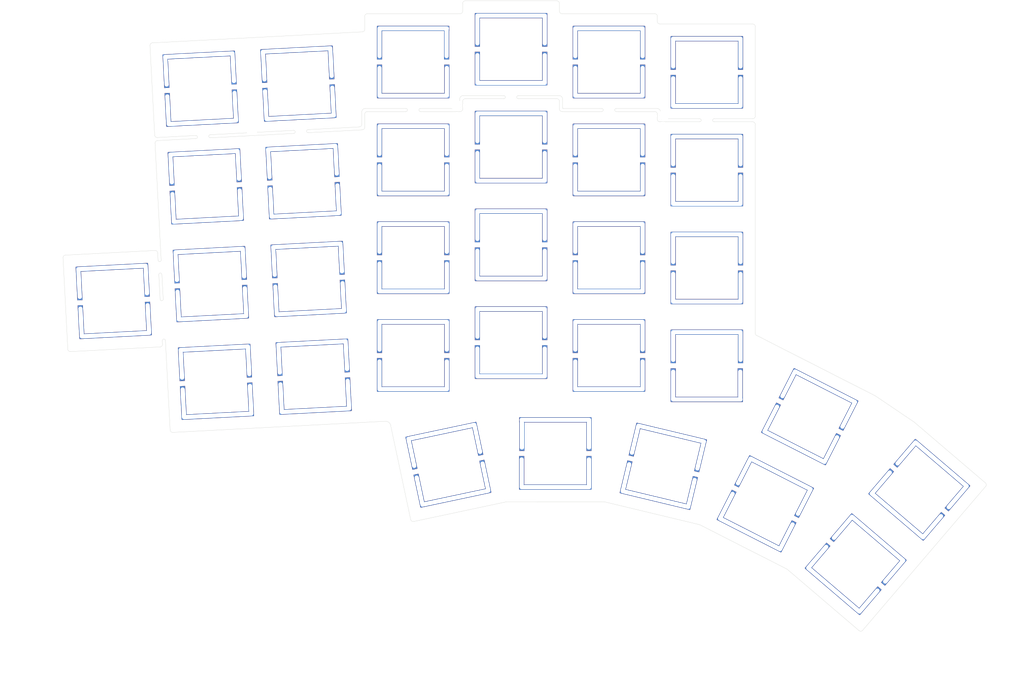
<source format=kicad_pcb>
(kicad_pcb (version 20211014) (generator pcbnew)
  (layers (0 "F.Cu" signal) (31 "B.Cu" signal) (34 "B.Paste" user) (35 "F.Paste" user) (36 "B.SilkS" user "B.Silkscreen") (37 "F.SilkS" user "F.Silkscreen") (38 "B.Mask" user) (39 "F.Mask" user) (44 "Edge.Cuts" user))
  (net 0 "")
  (footprint "used_footprints:metallized_breakout_cutout" (layer "F.Cu") (at 119.668078 99.050334 180)
    (fp_text reference "SW22")
    (fp_text value "SW_Push" hide)
    (pad "1" thru_hole custom (at -6.55 -3.75 180) (size 1 6.5) (drill oval 0.8 6) (layers *.Cu *.Mask) (options (clearance outline) (anchor rect)) (primitives))
    (pad "1" thru_hole custom (at -6.55 3.75 180) (size 1 6.5) (drill oval 0.8 6) (layers *.Cu *.Mask) (options (clearance outline) (anchor rect)) (primitives))
    (pad "1" thru_hole custom (at 0 -6.55 270) (size 1 14) (drill oval 0.8 13.9) (layers *.Cu *.Mask) (options (clearance outline) (anchor rect)) (primitives))
    (pad "1" thru_hole custom (at 6.55 3.75 180) (size 1 6.5) (drill oval 0.8 6) (layers *.Cu *.Mask) (options (clearance outline) (anchor rect)) (primitives))
    (pad "1" thru_hole custom (at 6.55 -3.75 180) (size 1 6.5) (drill oval 0.8 6) (layers *.Cu *.Mask) (options (clearance outline) (anchor rect)) (primitives))
    (pad "1" thru_hole custom (at 0 6.55 90) (size 1 14) (drill oval 0.8 13.9) (layers *.Cu *.Mask) (options (clearance outline) (anchor rect)) (primitives))
  )
  (footprint "used_footprints:M2_HOLE_PCB" (layer "F.Cu") (at 181.192737 116.337767 -13.5)
    (fp_text reference "HM14" hide)
    (fp_text value "CaseHole" hide)
    (pad "" np_thru_hole circle locked (at 0 0 346.5) (size 2.2 2.2) (drill 2.2) (layers *.Cu *.Mask))
  )
  (footprint "used_footprints:metallized_breakout_cutout" (layer "F.Cu") (at 157.768076 99.050323 180)
    (fp_text reference "SW24")
    (fp_text value "SW_Push" hide)
    (pad "1" thru_hole custom (at -6.55 -3.75 180) (size 1 6.5) (drill oval 0.8 6) (layers *.Cu *.Mask) (options (clearance outline) (anchor rect)) (primitives))
    (pad "1" thru_hole custom (at -6.55 3.75 180) (size 1 6.5) (drill oval 0.8 6) (layers *.Cu *.Mask) (options (clearance outline) (anchor rect)) (primitives))
    (pad "1" thru_hole custom (at 6.55 -3.75 180) (size 1 6.5) (drill oval 0.8 6) (layers *.Cu *.Mask) (options (clearance outline) (anchor rect)) (primitives))
    (pad "1" thru_hole custom (at 6.55 3.75 180) (size 1 6.5) (drill oval 0.8 6) (layers *.Cu *.Mask) (options (clearance outline) (anchor rect)) (primitives))
    (pad "1" thru_hole custom (at 0 6.55 90) (size 1 14) (drill oval 0.8 13.9) (layers *.Cu *.Mask) (options (clearance outline) (anchor rect)) (primitives))
    (pad "1" thru_hole custom (at 0 -6.55 270) (size 1 14) (drill oval 0.8 13.9) (layers *.Cu *.Mask) (options (clearance outline) (anchor rect)) (primitives))
  )
  (footprint "used_footprints:metallized_breakout_cutout" (layer "F.Cu") (at 97.330574 46.094583 -177)
    (fp_text reference "SW2")
    (fp_text value "SW_Push" hide)
    (pad "1" thru_hole custom (at 6.55 3.75 3) (size 1 6.5) (drill oval 0.8 6) (layers *.Cu *.Mask) (options (clearance outline) (anchor rect)) (primitives))
    (pad "1" thru_hole custom (at 0 6.55 93) (size 1 14) (drill oval 0.8 13.9) (layers *.Cu *.Mask) (options (clearance outline) (anchor rect)) (primitives))
    (pad "1" thru_hole custom (at 6.55 -3.75 3) (size 1 6.5) (drill oval 0.8 6) (layers *.Cu *.Mask) (options (clearance outline) (anchor rect)) (primitives))
    (pad "1" thru_hole custom (at -6.55 3.75 183) (size 1 6.5) (drill oval 0.8 6) (layers *.Cu *.Mask) (options (clearance outline) (anchor rect)) (primitives))
    (pad "1" thru_hole custom (at 0 -6.55 273) (size 1 14) (drill oval 0.8 13.9) (layers *.Cu *.Mask) (options (clearance outline) (anchor rect)) (primitives))
    (pad "1" thru_hole custom (at -6.55 -3.75 183) (size 1 6.5) (drill oval 0.8 6) (layers *.Cu *.Mask) (options (clearance outline) (anchor rect)) (primitives))
  )
  (footprint "used_footprints:M2_HOLE_PCB" (layer "F.Cu") (at 167.950818 72.488822)
    (fp_text reference "HM10" hide)
    (fp_text value "CaseHole" hide)
    (pad "" np_thru_hole circle locked (at 0 0) (size 2.2 2.2) (drill 2.2) (layers *.Cu *.Mask))
  )
  (footprint "used_footprints:M2_HOLE_PCB" (layer "F.Cu") (at 129.820826 67.978839)
    (fp_text reference "HM11" hide)
    (fp_text value "CaseHole" hide)
    (pad "" np_thru_hole circle locked (at 0 0) (size 2.2 2.2) (drill 2.2) (layers *.Cu *.Mask))
  )
  (footprint "used_footprints:metallized_breakout_cutout" (layer "F.Cu") (at 176.818058 101.050344 180)
    (fp_text reference "SW25")
    (fp_text value "SW_Push" hide)
    (pad "1" thru_hole custom (at -6.55 3.75 180) (size 1 6.5) (drill oval 0.8 6) (layers *.Cu *.Mask) (options (clearance outline) (anchor rect)) (primitives))
    (pad "1" thru_hole custom (at 6.55 -3.75 180) (size 1 6.5) (drill oval 0.8 6) (layers *.Cu *.Mask) (options (clearance outline) (anchor rect)) (primitives))
    (pad "1" thru_hole custom (at 0 6.55 90) (size 1 14) (drill oval 0.8 13.9) (layers *.Cu *.Mask) (options (clearance outline) (anchor rect)) (primitives))
    (pad "1" thru_hole custom (at 0 -6.55 270) (size 1 14) (drill oval 0.8 13.9) (layers *.Cu *.Mask) (options (clearance outline) (anchor rect)) (primitives))
    (pad "1" thru_hole custom (at -6.5 -3.75 180) (size 1 6.5) (drill oval 0.8 6) (layers *.Cu *.Mask) (options (clearance outline) (anchor rect)) (primitives))
    (pad "1" thru_hole custom (at 6.55 3.75 180) (size 1 6.5) (drill oval 0.8 6) (layers *.Cu *.Mask) (options (clearance outline) (anchor rect)) (primitives))
  )
  (footprint "used_footprints:metallized_breakout_cutout" (layer "F.Cu") (at 138.718077 96.542838 180)
    (fp_text reference "SW23")
    (fp_text value "SW_Push" hide)
    (pad "1" thru_hole custom (at -6.55 3.75 180) (size 1 6.5) (drill oval 0.8 6) (layers *.Cu *.Mask) (options (clearance outline) (anchor rect)) (primitives))
    (pad "1" thru_hole custom (at 6.55 3.75 180) (size 1 6.5) (drill oval 0.8 6) (layers *.Cu *.Mask) (options (clearance outline) (anchor rect)) (primitives))
    (pad "1" thru_hole custom (at 0 -6.55 270) (size 1 14) (drill oval 0.8 13.9) (layers *.Cu *.Mask) (options (clearance outline) (anchor rect)) (primitives))
    (pad "1" thru_hole custom (at 6.55 -3.75 180) (size 1 6.5) (drill oval 0.8 6) (layers *.Cu *.Mask) (options (clearance outline) (anchor rect)) (primitives))
    (pad "1" thru_hole custom (at -6.55 -3.75 180) (size 1 6.5) (drill oval 0.8 6) (layers *.Cu *.Mask) (options (clearance outline) (anchor rect)) (primitives))
    (pad "1" thru_hole custom (at 0 6.55 90) (size 1 14) (drill oval 0.8 13.9) (layers *.Cu *.Mask) (options (clearance outline) (anchor rect)) (primitives))
  )
  (footprint "used_footprints:metallized_breakout_cutout" (layer "F.Cu") (at 205.782503 139.686126 -40.5)
    (fp_text reference "SW32")
    (fp_text value "SW_Push" hide)
    (pad "1" thru_hole custom (at -6.55 -3.75 319.5) (size 1 6.5) (drill oval 0.8 6) (layers *.Cu *.Mask) (options (clearance outline) (anchor rect)) (primitives))
    (pad "1" thru_hole custom (at 0 6.55 229.5) (size 1 14) (drill oval 0.8 13.9) (layers *.Cu *.Mask) (options (clearance outline) (anchor rect)) (primitives))
    (pad "1" thru_hole custom (at 6.55 3.75 319.5) (size 1 6.5) (drill oval 0.8 6) (layers *.Cu *.Mask) (options (clearance outline) (anchor rect)) (primitives))
    (pad "1" thru_hole custom (at 6.55 -3.75 319.5) (size 1 6.5) (drill oval 0.8 6) (layers *.Cu *.Mask) (options (clearance outline) (anchor rect)) (primitives))
    (pad "1" thru_hole custom (at 0 -6.55 49.5) (size 1 14) (drill oval 0.8 13.9) (layers *.Cu *.Mask) (options (clearance outline) (anchor rect)) (primitives))
    (pad "1" thru_hole custom (at -6.55 3.75 319.5) (size 1 6.5) (drill oval 0.8 6) (layers *.Cu *.Mask) (options (clearance outline) (anchor rect)) (primitives))
  )
  (footprint "used_footprints:metallized_breakout_cutout" (layer "F.Cu") (at 147.329402 118.124445)
    (fp_text reference "SW29")
    (fp_text value "SW_Push" hide)
    (pad "1" thru_hole custom (at 0 -6.55 90) (size 1 14) (drill oval 0.8 13.9) (layers *.Cu *.Mask) (options (clearance outline) (anchor rect)) (primitives))
    (pad "1" thru_hole custom (at -6.55 3.75) (size 1 6.5) (drill oval 0.8 6) (layers *.Cu *.Mask) (options (clearance outline) (anchor rect)) (primitives))
    (pad "1" thru_hole custom (at 6.55 -3.75) (size 1 6.5) (drill oval 0.8 6) (layers *.Cu *.Mask) (options (clearance outline) (anchor rect)) (primitives))
    (pad "1" thru_hole custom (at 0 6.55 270) (size 1 14) (drill oval 0.8 13.9) (layers *.Cu *.Mask) (options (clearance outline) (anchor rect)) (primitives))
    (pad "1" thru_hole custom (at -6.5 -3.75) (size 1 6.5) (drill oval 0.8 6) (layers *.Cu *.Mask) (options (clearance outline) (anchor rect)) (primitives))
    (pad "1" thru_hole custom (at 6.55 3.75) (size 1 6.5) (drill oval 0.8 6) (layers *.Cu *.Mask) (options (clearance outline) (anchor rect)) (primitives))
  )
  (footprint "used_footprints:metallized_breakout_cutout" (layer "F.Cu") (at 218.15445 125.200445 139.5)
    (fp_text reference "SW19")
    (fp_text value "SW_Push" hide)
    (pad "1" thru_hole custom (at -6.55 3.75 139.5) (size 1 6.5) (drill oval 0.8 6) (layers *.Cu *.Mask) (options (clearance outline) (anchor rect)) (primitives))
    (pad "1" thru_hole custom (at 6.55 3.75 139.5) (size 1 6.5) (drill oval 0.8 6) (layers *.Cu *.Mask) (options (clearance outline) (anchor rect)) (primitives))
    (pad "1" thru_hole custom (at 6.55 -3.75 139.5) (size 1 6.5) (drill oval 0.8 6) (layers *.Cu *.Mask) (options (clearance outline) (anchor rect)) (primitives))
    (pad "1" thru_hole custom (at 0 -6.55 229.5) (size 1 14) (drill oval 0.8 13.9) (layers *.Cu *.Mask) (options (clearance outline) (anchor rect)) (primitives))
    (pad "1" thru_hole custom (at -6.55 -3.75 139.5) (size 1 6.5) (drill oval 0.8 6) (layers *.Cu *.Mask) (options (clearance outline) (anchor rect)) (primitives))
    (pad "1" thru_hole custom (at 0 6.55 49.5) (size 1 14) (drill oval 0.8 13.9) (layers *.Cu *.Mask) (options (clearance outline) (anchor rect)) (primitives))
  )
  (footprint "used_footprints:M2_HOLE_PCB" (layer "F.Cu") (at 136.052715 110.907741 -6)
    (fp_text reference "HM13" hide)
    (fp_text value "CaseHole" hide)
    (pad "" np_thru_hole circle locked (at 0 0 354) (size 2.2 2.2) (drill 2.2) (layers *.Cu *.Mask))
  )
  (footprint "used_footprints:metallized_breakout_cutout" (layer "F.Cu") (at 126.523465 120.318577 12)
    (fp_text reference "SW28")
    (fp_text value "SW_Push" hide)
    (pad "1" thru_hole custom (at -6.55 3.75 12) (size 1 6.5) (drill oval 0.8 6) (layers *.Cu *.Mask) (options (clearance outline) (anchor rect)) (primitives))
    (pad "1" thru_hole custom (at 6.55 3.75 12) (size 1 6.5) (drill oval 0.8 6) (layers *.Cu *.Mask) (options (clearance outline) (anchor rect)) (primitives))
    (pad "1" thru_hole custom (at 0 -6.55 102) (size 1 14) (drill oval 0.8 13.9) (layers *.Cu *.Mask) (options (clearance outline) (anchor rect)) (primitives))
    (pad "1" thru_hole custom (at 6.55 -3.75 12) (size 1 6.5) (drill oval 0.8 6) (layers *.Cu *.Mask) (options (clearance outline) (anchor rect)) (primitives))
    (pad "1" thru_hole custom (at 0 6.55 282) (size 1 14) (drill oval 0.8 13.9) (layers *.Cu *.Mask) (options (clearance outline) (anchor rect)) (primitives))
    (pad "1" thru_hole custom (at -6.55 -3.75 12) (size 1 6.5) (drill oval 0.8 6) (layers *.Cu *.Mask) (options (clearance outline) (anchor rect)) (primitives))
  )
  (footprint "used_footprints:metallized_breakout_cutout" (layer "F.Cu") (at 188.191146 127.9346 -27)
    (fp_text reference "SW31")
    (fp_text value "SW_Push" hide)
    (pad "1" thru_hole custom (at 6.55 3.75 333) (size 1 6.5) (drill oval 0.8 6) (layers *.Cu *.Mask) (options (clearance outline) (anchor rect)) (primitives))
    (pad "1" thru_hole custom (at 0 -6.55 63) (size 1 14) (drill oval 0.8 13.9) (layers *.Cu *.Mask) (options (clearance outline) (anchor rect)) (primitives))
    (pad "1" thru_hole custom (at 0 6.55 243) (size 1 14) (drill oval 0.8 13.9) (layers *.Cu *.Mask) (options (clearance outline) (anchor rect)) (primitives))
    (pad "1" thru_hole custom (at -6.55 3.75 333) (size 1 6.5) (drill oval 0.8 6) (layers *.Cu *.Mask) (options (clearance outline) (anchor rect)) (primitives))
    (pad "1" thru_hole custom (at 6.55 -3.75 333) (size 1 6.5) (drill oval 0.8 6) (layers *.Cu *.Mask) (options (clearance outline) (anchor rect)) (primitives))
    (pad "1" thru_hole custom (at -6.55 -3.75 333) (size 1 6.5) (drill oval 0.8 6) (layers *.Cu *.Mask) (options (clearance outline) (anchor rect)) (primitives))
  )
  (footprint "used_footprints:metallized_breakout_cutout" (layer "F.Cu") (at 168.340805 120.624025 -13.5)
    (fp_text reference "SW30")
    (fp_text value "SW_Push" hide)
    (pad "1" thru_hole custom (at 0 -6.55 76.5) (size 1 14) (drill oval 0.8 13.9) (layers *.Cu *.Mask) (options (clearance outline) (anchor rect)) (primitives))
    (pad "1" thru_hole custom (at 6.55 -3.75 346.5) (size 1 6.5) (drill oval 0.8 6) (layers *.Cu *.Mask) (options (clearance outline) (anchor rect)) (primitives))
    (pad "1" thru_hole custom (at -6.55 -3.75 346.5) (size 1 6.5) (drill oval 0.8 6) (layers *.Cu *.Mask) (options (clearance outline) (anchor rect)) (primitives))
    (pad "1" thru_hole custom (at -6.55 3.75 346.5) (size 1 6.5) (drill oval 0.8 6) (layers *.Cu *.Mask) (options (clearance outline) (anchor rect)) (primitives))
    (pad "1" thru_hole custom (at 6.55 3.75 346.5) (size 1 6.5) (drill oval 0.8 6) (layers *.Cu *.Mask) (options (clearance outline) (anchor rect)) (primitives))
    (pad "1" thru_hole custom (at 0 6.55 256.5) (size 1 14) (drill oval 0.8 13.9) (layers *.Cu *.Mask) (options (clearance outline) (anchor rect)) (primitives))
  )
  (footprint "used_footprints:metallized_breakout_cutout" (layer "F.Cu") (at 79.303681 66.115488 -177)
    (fp_text reference "SW7")
    (fp_text value "SW_Push" hide)
    (pad "1" thru_hole custom (at -6.55 -3.75 183) (size 1 6.5) (drill oval 0.8 6) (layers *.Cu *.Mask) (options (clearance outline) (anchor rect)) (primitives))
    (pad "1" thru_hole custom (at -6.55 3.75 183) (size 1 6.5) (drill oval 0.8 6) (layers *.Cu *.Mask) (options (clearance outline) (anchor rect)) (primitives))
    (pad "1" thru_hole custom (at 0 6.55 93) (size 1 14) (drill oval 0.8 13.9) (layers *.Cu *.Mask) (options (clearance outline) (anchor rect)) (primitives))
    (pad "1" thru_hole custom (at 6.55 3.75 3) (size 1 6.5) (drill oval 0.8 6) (layers *.Cu *.Mask) (options (clearance outline) (anchor rect)) (primitives))
    (pad "1" thru_hole custom (at 0 -6.55 273) (size 1 14) (drill oval 0.8 13.9) (layers *.Cu *.Mask) (options (clearance outline) (anchor rect)) (primitives))
    (pad "1" thru_hole custom (at 6.55 -3.75 3) (size 1 6.5) (drill oval 0.8 6) (layers *.Cu *.Mask) (options (clearance outline) (anchor rect)) (primitives))
  )
  (footprint "used_footprints:metallized_breakout_cutout" (layer "F.Cu") (at 80.300681 85.139386 -177)
    (fp_text reference "SW13")
    (fp_text value "SW_Push" hide)
    (pad "1" thru_hole custom (at -6.55 -3.75 183) (size 1 6.5) (drill oval 0.8 6) (layers *.Cu *.Mask) (options (clearance outline) (anchor rect)) (primitives))
    (pad "1" thru_hole custom (at 0 6.55 93) (size 1 14) (drill oval 0.8 13.9) (layers *.Cu *.Mask) (options (clearance outline) (anchor rect)) (primitives))
    (pad "1" thru_hole custom (at 0 -6.55 273) (size 1 14) (drill oval 0.8 13.9) (layers *.Cu *.Mask) (options (clearance outline) (anchor rect)) (primitives))
    (pad "1" thru_hole custom (at 6.55 -3.75 3) (size 1 6.5) (drill oval 0.8 6) (layers *.Cu *.Mask) (options (clearance outline) (anchor rect)) (primitives))
    (pad "1" thru_hole custom (at 6.55 3.75 3) (size 1 6.5) (drill oval 0.8 6) (layers *.Cu *.Mask) (options (clearance outline) (anchor rect)) (primitives))
    (pad "1" thru_hole custom (at -6.55 3.75 183) (size 1 6.5) (drill oval 0.8 6) (layers *.Cu *.Mask) (options (clearance outline) (anchor rect)) (primitives))
  )
  (footprint "used_footprints:metallized_breakout_cutout" (layer "F.Cu") (at 98.327586 65.118492 -177)
    (fp_text reference "SW8")
    (fp_text value "SW_Push" hide)
    (pad "1" thru_hole custom (at -6.55 3.75 183) (size 1 6.5) (drill oval 0.8 6) (layers *.Cu *.Mask) (options (clearance outline) (anchor rect)) (primitives))
    (pad "1" thru_hole custom (at 0 6.55 93) (size 1 14) (drill oval 0.8 13.9) (layers *.Cu *.Mask) (options (clearance outline) (anchor rect)) (primitives))
    (pad "1" thru_hole custom (at -6.55 -3.75 183) (size 1 6.5) (drill oval 0.8 6) (layers *.Cu *.Mask) (options (clearance outline) (anchor rect)) (primitives))
    (pad "1" thru_hole custom (at 0 -6.55 273) (size 1 14) (drill oval 0.8 13.9) (layers *.Cu *.Mask) (options (clearance outline) (anchor rect)) (primitives))
    (pad "1" thru_hole custom (at 6.55 3.75 3) (size 1 6.5) (drill oval 0.8 6) (layers *.Cu *.Mask) (options (clearance outline) (anchor rect)) (primitives))
    (pad "1" thru_hole custom (at 6.55 -3.75 3) (size 1 6.5) (drill oval 0.8 6) (layers *.Cu *.Mask) (options (clearance outline) (anchor rect)) (primitives))
  )
  (footprint "used_footprints:metallized_breakout_cutout" (layer "F.Cu") (at 119.668069 80.000343 180)
    (fp_text reference "SW15")
    (fp_text value "SW_Push1" hide)
    (pad "1" thru_hole custom (at 6.55 -3.75) (size 1 6.5) (drill oval 0.8 6) (layers *.Cu *.Mask) (options (clearance outline) (anchor rect)) (primitives))
    (pad "1" thru_hole custom (at 0 6.55 90) (size 1 14) (drill oval 0.8 13.9) (layers *.Cu *.Mask) (options (clearance outline) (anchor rect)) (primitives))
    (pad "1" thru_hole custom (at -6.55 -3.75 180) (size 1 6.5) (drill oval 0.8 6) (layers *.Cu *.Mask) (options (clearance outline) (anchor rect)) (primitives))
    (pad "1" thru_hole custom (at 0 -6.55 270) (size 1 14) (drill oval 0.8 13.9) (layers *.Cu *.Mask) (options (clearance outline) (anchor rect)) (primitives))
    (pad "1" thru_hole custom (at -6.55 3.75 180) (size 1 6.5) (drill oval 0.8 6) (layers *.Cu *.Mask) (options (clearance outline) (anchor rect)) (primitives))
    (pad "1" thru_hole custom (at 6.55 3.75) (size 1 6.5) (drill oval 0.8 6) (layers *.Cu *.Mask) (options (clearance outline) (anchor rect)) (primitives))
  )
  (footprint "used_footprints:metallized_breakout_cutout" (layer "F.Cu") (at 176.818084 82.000343 180)
    (fp_text reference "SW18")
    (fp_text value "SW_Push" hide)
    (pad "1" thru_hole custom (at 0 6.55 90) (size 1 14) (drill oval 0.8 13.9) (layers *.Cu *.Mask) (options (clearance outline) (anchor rect)) (primitives))
    (pad "1" thru_hole custom (at 0 -6.55 270) (size 1 14) (drill oval 0.8 13.9) (layers *.Cu *.Mask) (options (clearance outline) (anchor rect)) (primitives))
    (pad "1" thru_hole custom (at -6.55 3.75 180) (size 1 6.5) (drill oval 0.8 6) (layers *.Cu *.Mask) (options (clearance outline) (anchor rect)) (primitives))
    (pad "1" thru_hole custom (at 6.55 3.75 180) (size 1 6.5) (drill oval 0.8 6) (layers *.Cu *.Mask) (options (clearance outline) (anchor rect)) (primitives))
    (pad "1" thru_hole custom (at -6.55 -3.75 180) (size 1 6.5) (drill oval 0.8 6) (layers *.Cu *.Mask) (options (clearance outline) (anchor rect)) (primitives))
    (pad "1" thru_hole custom (at 6.55 -3.75 180) (size 1 6.5) (drill oval 0.8 6) (layers *.Cu *.Mask) (options (clearance outline) (anchor rect)) (primitives))
  )
  (footprint "used_footprints:metallized_breakout_cutout" (layer "F.Cu") (at 81.297667 104.163266 -177)
    (fp_text reference "SW20")
    (fp_text value "SW_Push" hide)
    (pad "1" thru_hole custom (at 6.55 3.75 183) (size 1 6.5) (drill oval 0.8 6) (layers *.Cu *.Mask) (options (clearance outline) (anchor rect)) (primitives))
    (pad "1" thru_hole custom (at 0 6.55 93) (size 1 14) (drill oval 0.8 13.9) (layers *.Cu *.Mask) (options (clearance outline) (anchor rect)) (primitives))
    (pad "1" thru_hole custom (at 6.55 -3.75 183) (size 1 6.5) (drill oval 0.8 6) (layers *.Cu *.Mask) (options (clearance outline) (anchor rect)) (primitives))
    (pad "1" thru_hole custom (at -6.55 -3.75 183) (size 1 6.5) (drill oval 0.8 6) (layers *.Cu *.Mask) (options (clearance outline) (anchor rect)) (primitives))
    (pad "1" thru_hole custom (at -6.55 3.75 183) (size 1 6.5) (drill oval 0.8 6) (layers *.Cu *.Mask) (options (clearance outline) (anchor rect)) (primitives))
    (pad "1" thru_hole custom (at 0 -6.55 273) (size 1 14) (drill oval 0.8 13.9) (layers *.Cu *.Mask) (options (clearance outline) (anchor rect)) (primitives))
  )
  (footprint "used_footprints:metallized_breakout_cutout" (layer "F.Cu") (at 138.718056 77.500349 180)
    (fp_text reference "SW16")
    (fp_text value "SW_Push" hide)
    (pad "1" thru_hole custom (at -6.55 -3.75 180) (size 1 6.5) (drill oval 0.8 6) (layers *.Cu *.Mask) (options (clearance outline) (anchor rect)) (primitives))
    (pad "1" thru_hole custom (at 6.55 -3.75) (size 1 6.5) (drill oval 0.8 6) (layers *.Cu *.Mask) (options (clearance outline) (anchor rect)) (primitives))
    (pad "1" thru_hole custom (at 0 -6.55 270) (size 1 14) (drill oval 0.8 13.9) (layers *.Cu *.Mask) (options (clearance outline) (anchor rect)) (primitives))
    (pad "1" thru_hole custom (at 6.55 3.75) (size 1 6.5) (drill oval 0.8 6) (layers *.Cu *.Mask) (options (clearance outline) (anchor rect)) (primitives))
    (pad "1" thru_hole custom (at -6.55 3.75 180) (size 1 6.5) (drill oval 0.8 6) (layers *.Cu *.Mask) (options (clearance outline) (anchor rect)) (primitives))
    (pad "1" thru_hole custom (at 0 6.55 90) (size 1 14) (drill oval 0.8 13.9) (layers *.Cu *.Mask) (options (clearance outline) (anchor rect)) (primitives))
  )
  (footprint "used_footprints:M2_HOLE_PCB" (layer "F.Cu") (at 128.183658 50.401732)
    (fp_text reference "HM9" hide)
    (fp_text value "CaseHole" hide)
    (pad "" np_thru_hole circle locked (at 0 0) (size 2.2 2.2) (drill 2.2) (layers *.Cu *.Mask))
  )
  (footprint "used_footprints:M2_HOLE_PCB" (layer "F.Cu") (at 89.29049 75.155207 3)
    (fp_text reference "HM8" hide)
    (fp_text value "CaseHole" hide)
    (pad "" np_thru_hole circle locked (at 0 0 3) (size 2.2 2.2) (drill 2.2) (layers *.Cu *.Mask))
  )
  (footprint "used_footprints:M2_HOLE_PCB" (layer "F.Cu") (at 88.26586 55.103566 3)
    (fp_text reference "HM7" hide)
    (fp_text value "CaseHole" hide)
    (pad "" np_thru_hole circle locked (at 0 0 3) (size 2.2 2.2) (drill 2.2) (layers *.Cu *.Mask))
  )
  (footprint "used_footprints:M2_HOLE_PCB" (layer "F.Cu") (at 90.287461 94.179108 3)
    (fp_text reference "HM6" hide)
    (fp_text value "CaseHole" hide)
    (pad "" np_thru_hole circle locked (at 0 0 3) (size 2.2 2.2) (drill 2.2) (layers *.Cu *.Mask))
  )
  (footprint "used_footprints:M2_HOLE_PCB" (layer "F.Cu") (at 71.132733 92.679547 3)
    (fp_text reference "HM5" hide)
    (fp_text value "CaseHole" hide)
    (pad "" np_thru_hole circle locked (at 0 0 3) (size 2.2 2.2) (drill 2.2) (layers *.Cu *.Mask))
  )
  (footprint "used_footprints:M2_HOLE_PCB" (layer "F.Cu") (at 158.822719 110.987745)
    (fp_text reference "HM4" hide)
    (fp_text value "CaseHole" hide)
    (pad "" np_thru_hole circle locked (at 0 0) (size 2.2 2.2) (drill 2.2) (layers *.Cu *.Mask))
  )
  (footprint "used_footprints:M2_HOLE_PCB" (layer "F.Cu") (at 201.699183 126.759819 4.5)
    (fp_text reference "HM3" hide)
    (fp_text value "CaseHole" hide)
    (pad "" np_thru_hole circle locked (at 0 0 4.5) (size 2.2 2.2) (drill 2.2) (layers *.Cu *.Mask))
  )
  (footprint "used_footprints:M2_HOLE_PCB" (layer "F.Cu") (at 168.323658 52.401731 14.5)
    (fp_text reference "HM2" hide)
    (fp_text value "CaseHole" hide)
    (pad "" np_thru_hole circle locked (at 0 0 14.5) (size 2.2 2.2) (drill 2.2) (layers *.Cu *.Mask))
  )
  (footprint "used_footprints:metallized_breakout_cutout" (layer "F.Cu") (at 157.768056 80.000313 180)
    (fp_text reference "SW17")
    (fp_text value "SW_Push" hide)
    (pad "1" thru_hole custom (at 0 -6.55 270) (size 1 14) (drill oval 0.8 13.9) (layers *.Cu *.Mask) (options (clearance outline) (anchor rect)) (primitives))
    (pad "1" thru_hole custom (at 6.55 -3.75) (size 1 6.5) (drill oval 0.8 6) (layers *.Cu *.Mask) (options (clearance outline) (anchor rect)) (primitives))
    (pad "1" thru_hole custom (at 0 6.55 90) (size 1 14) (drill oval 0.8 13.9) (layers *.Cu *.Mask) (options (clearance outline) (anchor rect)) (primitives))
    (pad "1" thru_hole custom (at -6.55 -3.75 180) (size 1 6.5) (drill oval 0.8 6) (layers *.Cu *.Mask) (options (clearance outline) (anchor rect)) (primitives))
    (pad "1" thru_hole custom (at 6.55 3.75) (size 1 6.5) (drill oval 0.8 6) (layers *.Cu *.Mask) (options (clearance outline) (anchor rect)) (primitives))
    (pad "1" thru_hole custom (at -6.55 3.75 180) (size 1 6.5) (drill oval 0.8 6) (layers *.Cu *.Mask) (options (clearance outline) (anchor rect)) (primitives))
  )
  (footprint "used_footprints:metallized_breakout_cutout" (layer "F.Cu") (at 100.321567 103.166281 -177)
    (fp_text reference "SW21")
    (fp_text value "SW_Push" hide)
    (pad "1" thru_hole custom (at 6.55 -3.75 183) (size 1 6.5) (drill oval 0.8 6) (layers *.Cu *.Mask) (options (clearance outline) (anchor rect)) (primitives))
    (pad "1" thru_hole custom (at 0 -6.55 273) (size 1 14) (drill oval 0.8 13.9) (layers *.Cu *.Mask) (options (clearance outline) (anchor rect)) (primitives))
    (pad "1" thru_hole custom (at -6.55 -3.75 183) (size 1 6.5) (drill oval 0.8 6) (layers *.Cu *.Mask) (options (clearance outline) (anchor rect)) (primitives))
    (pad "1" thru_hole custom (at 6.55 3.75 183) (size 1 6.5) (drill oval 0.8 6) (layers *.Cu *.Mask) (options (clearance outline) (anchor rect)) (primitives))
    (pad "1" thru_hole custom (at -6.55 3.75 183) (size 1 6.5) (drill oval 0.8 6) (layers *.Cu *.Mask) (options (clearance outline) (anchor rect)) (primitives))
    (pad "1" thru_hole custom (at 0 6.55 93) (size 1 14) (drill oval 0.8 13.9) (layers *.Cu *.Mask) (options (clearance outline) (anchor rect)) (primitives))
  )
  (footprint "used_footprints:metallized_breakout_cutout" (layer "F.Cu") (at 196.839673 110.960956 153)
    (fp_text reference "SW26")
    (fp_text value "SW_Push" hide)
    (pad "1" thru_hole custom (at -6.55 -3.75 153) (size 1 6.5) (drill oval 0.8 6) (layers *.Cu *.Mask) (options (clearance outline) (anchor rect)) (primitives))
    (pad "1" thru_hole custom (at 0 6.55 63) (size 1 14) (drill oval 0.8 13.9) (layers *.Cu *.Mask) (options (clearance outline) (anchor rect)) (primitives))
    (pad "1" thru_hole custom (at 6.55 -3.75 153) (size 1 6.5) (drill oval 0.8 6) (layers *.Cu *.Mask) (options (clearance outline) (anchor rect)) (primitives))
    (pad "1" thru_hole custom (at 6.55 3.75 153) (size 1 6.5) (drill oval 0.8 6) (layers *.Cu *.Mask) (options (clearance outline) (anchor rect)) (primitives))
    (pad "1" thru_hole custom (at 0 -6.55 243) (size 1 14) (drill oval 0.8 13.9) (layers *.Cu *.Mask) (options (clearance outline) (anchor rect)) (primitives))
    (pad "1" thru_hole custom (at -6.55 3.75 153) (size 1 6.5) (drill oval 0.8 6) (layers *.Cu *.Mask) (options (clearance outline) (anchor rect)) (primitives))
  )
  (footprint "used_footprints:metallized_breakout_cutout" (layer "F.Cu") (at 176.81807 62.950316 180)
    (fp_text reference "SW12")
    (fp_text value "SW_Push" hide)
    (pad "1" thru_hole custom (at 0 6.55 90) (size 1 14) (drill oval 0.8 13.9) (layers *.Cu *.Mask) (options (clearance outline) (anchor rect)) (primitives))
    (pad "1" thru_hole custom (at -6.55 -3.75 180) (size 1 6.5) (drill oval 0.8 6) (layers *.Cu *.Mask) (options (clearance outline) (anchor rect)) (primitives))
    (pad "1" thru_hole custom (at 0 -6.55 270) (size 1 14) (drill oval 0.8 13.9) (layers *.Cu *.Mask) (options (clearance outline) (anchor rect)) (primitives))
    (pad "1" thru_hole custom (at -6.55 3.75 180) (size 1 6.5) (drill oval 0.8 6) (layers *.Cu *.Mask) (options (clearance outline) (anchor rect)) (primitives))
    (pad "1" thru_hole custom (at 6.55 -3.75) (size 1 6.5) (drill oval 0.8 6) (layers *.Cu *.Mask) (options (clearance outline) (anchor rect)) (primitives))
    (pad "1" thru_hole custom (at 6.55 3.75) (size 1 6.5) (drill oval 0.8 6) (layers *.Cu *.Mask) (options (clearance outline) (anchor rect)) (primitives))
  )
  (footprint "used_footprints:metallized_breakout_cutout" (layer "F.Cu") (at 157.768081 60.950336 180)
    (fp_text reference "SW11")
    (fp_text value "SW_Push" hide)
    (pad "1" thru_hole custom (at -6.55 -3.75 180) (size 1 6.5) (drill oval 0.8 6) (layers *.Cu *.Mask) (options (clearance outline) (anchor rect)) (primitives))
    (pad "1" thru_hole custom (at 0 -6.55 270) (size 1 14) (drill oval 0.8 13.9) (layers *.Cu *.Mask) (options (clearance outline) (anchor rect)) (primitives))
    (pad "1" thru_hole custom (at -6.55 3.75 180) (size 1 6.5) (drill oval 0.8 6) (layers *.Cu *.Mask) (options (clearance outline) (anchor rect)) (primitives))
    (pad "1" thru_hole custom (at 0 6.55 90) (size 1 14) (drill oval 0.8 13.9) (layers *.Cu *.Mask) (options (clearance outline) (anchor rect)) (primitives))
    (pad "1" thru_hole custom (at 6.55 3.75) (size 1 6.5) (drill oval 0.8 6) (layers *.Cu *.Mask) (options (clearance outline) (anchor rect)) (primitives))
    (pad "1" thru_hole custom (at 6.55 -3.75) (size 1 6.5) (drill oval 0.8 6) (layers *.Cu *.Mask) (options (clearance outline) (anchor rect)) (primitives))
  )
  (footprint "used_footprints:metallized_breakout_cutout" (layer "F.Cu") (at 157.768085 41.900311 180)
    (fp_text reference "SW5")
    (fp_text value "SW_Push" hide)
    (pad "1" thru_hole custom (at -6.55 -3.75 180) (size 1 6.5) (drill oval 0.8 6) (layers *.Cu *.Mask) (options (clearance outline) (anchor rect)) (primitives))
    (pad "1" thru_hole custom (at 0 -6.55 270) (size 1 14) (drill oval 0.8 13.9) (layers *.Cu *.Mask) (options (clearance outline) (anchor rect)) (primitives))
    (pad "1" thru_hole custom (at -6.55 3.75 180) (size 1 6.5) (drill oval 0.8 6) (layers *.Cu *.Mask) (options (clearance outline) (anchor rect)) (primitives))
    (pad "1" thru_hole custom (at 6.55 -3.75) (size 1 6.5) (drill oval 0.8 6) (layers *.Cu *.Mask) (options (clearance outline) (anchor rect)) (primitives))
    (pad "1" thru_hole custom (at 6.55 3.75) (size 1 6.5) (drill oval 0.8 6) (layers *.Cu *.Mask) (options (clearance outline) (anchor rect)) (primitives))
    (pad "1" thru_hole custom (at 0 6.55 90) (size 1 14) (drill oval 0.8 13.9) (layers *.Cu *.Mask) (options (clearance outline) (anchor rect)) (primitives))
  )
  (footprint "used_footprints:metallized_breakout_cutout" (layer "F.Cu") (at 138.718063 58.450346 180)
    (fp_text reference "SW10")
    (fp_text value "SW_Push" hide)
    (pad "1" thru_hole custom (at 0 -6.55 270) (size 1 14) (drill oval 0.8 13.9) (layers *.Cu *.Mask) (options (clearance outline) (anchor rect)) (primitives))
    (pad "1" thru_hole custom (at -6.55 -3.75 180) (size 1 6.5) (drill oval 0.8 6) (layers *.Cu *.Mask) (options (clearance outline) (anchor rect)) (primitives))
    (pad "1" thru_hole custom (at 6.55 3.75) (size 1 6.5) (drill oval 0.8 6) (layers *.Cu *.Mask) (options (clearance outline) (anchor rect)) (primitives))
    (pad "1" thru_hole custom (at 0 6.55 90) (size 1 14) (drill oval 0.8 13.9) (layers *.Cu *.Mask) (options (clearance outline) (anchor rect)) (primitives))
    (pad "1" thru_hole custom (at 6.55 -3.75) (size 1 6.5) (drill oval 0.8 6) (layers *.Cu *.Mask) (options (clearance outline) (anchor rect)) (primitives))
    (pad "1" thru_hole custom (at -6.55 3.75 180) (size 1 6.5) (drill oval 0.8 6) (layers *.Cu *.Mask) (options (clearance outline) (anchor rect)) (primitives))
  )
  (footprint "used_footprints:metallized_breakout_cutout" (layer "F.Cu") (at 138.718051 39.400347 180)
    (fp_text reference "SW4")
    (fp_text value "SW_Push" hide)
    (pad "1" thru_hole custom (at 0 6.55 90) (size 1 14) (drill oval 0.8 13.9) (layers *.Cu *.Mask) (options (clearance outline) (anchor rect)) (primitives))
    (pad "1" thru_hole custom (at 0 -6.55 270) (size 1 14) (drill oval 0.8 13.9) (layers *.Cu *.Mask) (options (clearance outline) (anchor rect)) (primitives))
    (pad "1" thru_hole custom (at -6.55 -3.75 180) (size 1 6.5) (drill oval 0.8 6) (layers *.Cu *.Mask) (options (clearance outline) (anchor rect)) (primitives))
    (pad "1" thru_hole custom (at 6.55 -3.75) (size 1 6.5) (drill oval 0.8 6) (layers *.Cu *.Mask) (options (clearance outline) (anchor rect)) (primitives))
    (pad "1" thru_hole custom (at 6.55 3.75) (size 1 6.5) (drill oval 0.8 6) (layers *.Cu *.Mask) (options (clearance outline) (anchor rect)) (primitives))
    (pad "1" thru_hole custom (at -6.55 3.75 180) (size 1 6.5) (drill oval 0.8 6) (layers *.Cu *.Mask) (options (clearance outline) (anchor rect)) (primitives))
  )
  (footprint "used_footprints:metallized_breakout_cutout" (layer "F.Cu") (at 119.66806 60.95034 180)
    (fp_text reference "SW9")
    (fp_text value "SW_Push" hide)
    (pad "1" thru_hole custom (at 0 -6.55 270) (size 1 14) (drill oval 0.8 13.9) (layers *.Cu *.Mask) (options (clearance outline) (anchor rect)) (primitives))
    (pad "1" thru_hole custom (at 6.55 3.75) (size 1 6.5) (drill oval 0.8 6) (layers *.Cu *.Mask) (options (clearance outline) (anchor rect)) (primitives))
    (pad "1" thru_hole custom (at -6.55 3.75 180) (size 1 6.5) (drill oval 0.8 6) (layers *.Cu *.Mask) (options (clearance outline) (anchor rect)) (primitives))
    (pad "1" thru_hole custom (at -6.55 -3.75 180) (size 1 6.5) (drill oval 0.8 6) (layers *.Cu *.Mask) (options (clearance outline) (anchor rect)) (primitives))
    (pad "1" thru_hole custom (at 6.55 -3.75) (size 1 6.5) (drill oval 0.8 6) (layers *.Cu *.Mask) (options (clearance outline) (anchor rect)) (primitives))
    (pad "1" thru_hole custom (at 0 6.55 90) (size 1 14) (drill oval 0.8 13.9) (layers *.Cu *.Mask) (options (clearance outline) (anchor rect)) (primitives))
  )
  (footprint "used_footprints:metallized_breakout_cutout" (layer "F.Cu") (at 119.668061 41.900343 180)
    (fp_text reference "SW3")
    (fp_text value "SW_Push" hide)
    (pad "1" thru_hole custom (at 0 6.55 90) (size 1 14) (drill oval 0.8 13.9) (layers *.Cu *.Mask) (options (clearance outline) (anchor rect)) (primitives))
    (pad "1" thru_hole custom (at 6.55 -3.75) (size 1 6.5) (drill oval 0.8 6) (layers *.Cu *.Mask) (options (clearance outline) (anchor rect)) (primitives))
    (pad "1" thru_hole custom (at -6.5 3.75 180) (size 1 6.5) (drill oval 0.8 6) (layers *.Cu *.Mask) (options (clearance outline) (anchor rect)) (primitives))
    (pad "1" thru_hole custom (at -6.55 -3.75 180) (size 1 6.5) (drill oval 0.8 6) (layers *.Cu *.Mask) (options (clearance outline) (anchor rect)) (primitives))
    (pad "1" thru_hole custom (at 6.55 3.75) (size 1 6.5) (drill oval 0.8 6) (layers *.Cu *.Mask) (options (clearance outline) (anchor rect)) (primitives))
    (pad "1" thru_hole custom (at 0 -6.55 270) (size 1 14) (drill oval 0.8 13.9) (layers *.Cu *.Mask) (options (clearance outline) (anchor rect)) (primitives))
  )
  (footprint "used_footprints:metallized_breakout_cutout" (layer "F.Cu") (at 61.397203 88.433224 -177)
    (fp_text reference "SW27")
    (fp_text value "SW_Push" hide)
    (pad "1" thru_hole custom (at -6.55 -3.75 183) (size 1 6.5) (drill oval 0.8 6) (layers *.Cu *.Mask) (options (clearance outline) (anchor rect)) (primitives))
    (pad "1" thru_hole custom (at 6.55 3.75 183) (size 1 6.5) (drill oval 0.8 6) (layers *.Cu *.Mask) (options (clearance outline) (anchor rect)) (primitives))
    (pad "1" thru_hole custom (at 0 6.55 93) (size 1 14) (drill oval 0.8 13.9) (layers *.Cu *.Mask) (options (clearance outline) (anchor rect)) (primitives))
    (pad "1" thru_hole custom (at -6.55 3.75 183) (size 1 6.5) (drill oval 0.8 6) (layers *.Cu *.Mask) (options (clearance outline) (anchor rect)) (primitives))
    (pad "1" thru_hole custom (at 6.55 -3.75 183) (size 1 6.5) (drill oval 0.8 6) (layers *.Cu *.Mask) (options (clearance outline) (anchor rect)) (primitives))
    (pad "1" thru_hole custom (at 0 -6.55 273) (size 1 14) (drill oval 0.8 13.9) (layers *.Cu *.Mask) (options (clearance outline) (anchor rect)) (primitives))
  )
  (footprint "used_footprints:metallized_breakout_cutout" (layer "F.Cu") (at 78.306697 47.091581 -177)
    (fp_text reference "SW1")
    (fp_text value "SW_Push" hide)
    (pad "1" thru_hole custom (at 0 -6.55 273) (size 1 14) (drill oval 0.8 13.9) (layers *.Cu *.Mask) (options (clearance outline) (anchor rect)) (primitives))
    (pad "1" thru_hole custom (at -6.55 3.75 183) (size 1 6.5) (drill oval 0.8 6) (layers *.Cu *.Mask) (options (clearance outline) (anchor rect)) (primitives))
    (pad "1" thru_hole custom (at -6.55 -3.75 183) (size 1 6.5) (drill oval 0.8 6) (layers *.Cu *.Mask) (options (clearance outline) (anchor rect)) (primitives))
    (pad "1" thru_hole custom (at 6.55 -3.75 3) (size 1 6.5) (drill oval 0.8 6) (layers *.Cu *.Mask) (options (clearance outline) (anchor rect)) (primitives))
    (pad "1" thru_hole custom (at 6.55 3.75 3) (size 1 6.5) (drill oval 0.8 6) (layers *.Cu *.Mask) (options (clearance outline) (anchor rect)) (primitives))
    (pad "1" thru_hole custom (at 0 6.55 93) (size 1 14) (drill oval 0.8 13.9) (layers *.Cu *.Mask) (options (clearance outline) (anchor rect)) (primitives))
  )
  (footprint "used_footprints:metallized_breakout_cutout" (layer "F.Cu") (at 176.818059 43.900349 180)
    (fp_text reference "SW6")
    (fp_text value "SW_Push" hide)
    (pad "1" thru_hole custom (at 6.55 -3.75) (size 1 6.5) (drill oval 0.8 6) (layers *.Cu *.Mask) (options (clearance outline) (anchor rect)) (primitives))
    (pad "1" thru_hole custom (at -6.55 -3.75 180) (size 1 6.5) (drill oval 0.8 6) (layers *.Cu *.Mask) (options (clearance outline) (anchor rect)) (primitives))
    (pad "1" thru_hole custom (at -6.55 3.75 180) (size 1 6.5) (drill oval 0.8 6) (layers *.Cu *.Mask) (options (clearance outline) (anchor rect)) (primitives))
    (pad "1" thru_hole custom (at 0 6.55 90) (size 1 14) (drill oval 0.8 13.9) (layers *.Cu *.Mask) (options (clearance outline) (anchor rect)) (primitives))
    (pad "1" thru_hole custom (at 6.55 3.75) (size 1 6.5) (drill oval 0.8 6) (layers *.Cu *.Mask) (options (clearance outline) (anchor rect)) (primitives))
    (pad "1" thru_hole custom (at 0 -6.55 270) (size 1 14) (drill oval 0.8 13.9) (layers *.Cu *.Mask) (options (clearance outline) (anchor rect)) (primitives))
  )
  (footprint "used_footprints:metallized_breakout_cutout" (layer "F.Cu") (at 99.324584 84.14239 -177)
    (fp_text reference "SW14")
    (fp_text value "SW_Push" hide)
    (pad "1" thru_hole custom (at 6.55 3.75 3) (size 1 6.5) (drill oval 0.8 6) (layers *.Cu *.Mask) (options (clearance outline) (anchor rect)) (primitives))
    (pad "1" thru_hole custom (at -6.55 3.75 183) (size 1 6.5) (drill oval 0.8 6) (layers *.Cu *.Mask) (options (clearance outline) (anchor rect)) (primitives))
    (pad "1" thru_hole custom (at 0 -6.55 273) (size 1 14) (drill oval 0.8 13.9) (layers *.Cu *.Mask) (options (clearance outline) (anchor rect)) (primitives))
    (pad "1" thru_hole custom (at -6.55 -3.75 183) (size 1 6.5) (drill oval 0.8 6) (layers *.Cu *.Mask) (options (clearance outline) (anchor rect)) (primitives))
    (pad "1" thru_hole custom (at 6.55 -3.75 3) (size 1 6.5) (drill oval 0.8 6) (layers *.Cu *.Mask) (options (clearance outline) (anchor rect)) (primitives))
    (pad "1" thru_hole custom (at 0 6.55 93) (size 1 14) (drill oval 0.8 13.9) (layers *.Cu *.Mask) (options (clearance outline) (anchor rect)) (primitives))
  )
  (gr_arc (start 186.469393 95.117891) (mid 186.29258 94.935634) (end 186.228097 94.690028) (layer "Edge.Cuts") (width 0.05))
  (gr_arc (start 70.625915 80.457747) (mid 70.342041 80.773068) (end 70.026748 80.489163) (layer "Edge.Cuts") (width 0.05))
  (gr_arc (start 71.02509 88.070766) (mid 70.741237 88.38609) (end 70.425941 88.102206) (layer "Edge.Cuts") (width 0.05))
  (gr_arc (start 70.858746 96.170568) (mid 71.142622 95.855247) (end 71.457915 96.139154) (layer "Edge.Cuts") (width 0.05))
  (gr_arc (start 70.174684 83.308737) (mid 70.458561 82.993423) (end 70.773847 83.277331) (layer "Edge.Cuts") (width 0.05))
  (gr_arc (start 72.900443 114.016432) (mid 72.539713 113.88869) (end 72.374965 113.543288) (layer "Edge.Cuts") (width 0.05))
  (gr_arc (start 69.426517 78.589694) (mid 69.787251 78.717438) (end 69.951999 79.062844) (layer "Edge.Cuts") (width 0.05))
  (gr_arc (start 70.896988 96.847756) (mid 70.769247 97.208489) (end 70.423843 97.373239) (layer "Edge.Cuts") (width 0.05))
  (gr_arc (start 52.989933 98.286911) (mid 52.629202 98.159168) (end 52.464455 97.813765) (layer "Edge.Cuts") (width 0.05))
  (gr_arc (start 51.530364 80.023344) (mid 51.65811 79.662615) (end 52.003515 79.497871) (layer "Edge.Cuts") (width 0.05))
  (gr_arc (start 68.451851 38.685809) (mid 68.579588 38.325074) (end 68.92499 38.16032) (layer "Edge.Cuts") (width 0.05))
  (gr_arc (start 69.890859 56.59032) (mid 69.530132 56.46258) (end 69.365386 56.117181) (layer "Edge.Cuts") (width 0.05))
  (gr_arc (start 80.21989 56.649661) (mid 79.904557 56.365801) (end 80.188448 56.050496) (layer "Edge.Cuts") (width 0.05))
  (gr_line (start 88.425431 55.61897) (end 80.188448 56.050496) (layer "Edge.Cuts") (width 0.05))
  (gr_line (start 88.327011 56.224952) (end 80.219853 56.649659) (layer "Edge.Cuts") (width 0.05))
  (gr_arc (start 77.368887 56.198417) (mid 77.684204 56.482307) (end 77.400283 56.797596) (layer "Edge.Cuts") (width 0.05))
  (gr_line (start 69.910561 57.190121) (end 77.400283 56.797596) (layer "Edge.Cuts") (width 0.05))
  (gr_line (start 69.890867 56.590326) (end 77.368883 56.198417) (layer "Edge.Cuts") (width 0.05))
  (gr_arc (start 69.437404 57.715602) (mid 69.565152 57.354867) (end 69.910561 57.190121) (layer "Edge.Cuts") (width 0.05))
  (gr_line (start 99.213901 55.053572) (end 109.057114 54.537713) (layer "Edge.Cuts") (width 0.05))
  (gr_line (start 99.245298 55.652746) (end 109.59782 55.110195) (layer "Edge.Cuts") (width 0.05))
  (gr_arc (start 99.245299 55.652746) (mid 98.930013 55.368858) (end 99.213901 55.053572) (layer "Edge.Cuts") (width 0.05))
  (gr_arc (start 96.392781 55.201424) (mid 96.708091 55.485313) (end 96.424171 55.800595) (layer "Edge.Cuts") (width 0.05))
  (gr_line (start 88.327011 56.224952) (end 96.424171 55.800595) (layer "Edge.Cuts") (width 0.05))
  (gr_line (start 88.425431 55.61897) (end 96.392776 55.201421) (layer "Edge.Cuts") (width 0.05))
  (gr_arc (start 110.257516 54.593041) (mid 110.111068 54.946594) (end 109.757514 55.093039) (layer "Edge.Cuts") (width 0.05))
  (gr_arc (start 109.681988 54.023034) (mid 109.535541 54.376592) (end 109.181985 54.523041) (layer "Edge.Cuts") (width 0.05))
  (gr_line (start 109.751992 36.026293) (end 109.32794 36.040322) (layer "Edge.Cuts") (width 0.05))
  (gr_arc (start 110.251987 35.526298) (mid 110.105542 35.879848) (end 109.751992 36.026293) (layer "Edge.Cuts") (width 0.05))
  (gr_arc (start 185.731986 34.486286) (mid 186.085543 34.632732) (end 186.231992 34.986288) (layer "Edge.Cuts") (width 0.05))
  (gr_arc (start 167.681983 34.486285) (mid 167.328433 34.33984) (end 167.181988 33.98629) (layer "Edge.Cuts") (width 0.05))
  (gr_arc (start 166.681984 32.486291) (mid 167.035539 32.632739) (end 167.181985 32.986294) (layer "Edge.Cuts") (width 0.05))
  (gr_arc (start 148.631996 32.486293) (mid 148.278441 32.339847) (end 148.131992 31.986293) (layer "Edge.Cuts") (width 0.05))
  (gr_arc (start 147.631982 29.986292) (mid 147.985539 30.132735) (end 148.13199 30.486288) (layer "Edge.Cuts") (width 0.05))
  (gr_arc (start 129.301997 30.486295) (mid 129.448441 30.132746) (end 129.80199 29.9863) (layer "Edge.Cuts") (width 0.05))
  (gr_arc (start 129.30198 31.986282) (mid 129.155541 32.339836) (end 128.801993 32.486289) (layer "Edge.Cuts") (width 0.05))
  (gr_arc (start 110.251988 32.986294) (mid 110.398436 32.632738) (end 110.751992 32.48629) (layer "Edge.Cuts") (width 0.05))
  (gr_arc (start 167.681991 53.53628) (mid 167.328444 53.389837) (end 167.181999 53.03629) (layer "Edge.Cuts") (width 0.05))
  (gr_arc (start 128.731984 50.836294) (mid 128.702695 50.907002) (end 128.631987 50.936289) (layer "Edge.Cuts") (width 0.05))
  (gr_arc (start 129.311979 51.036296) (mid 129.165534 51.389841) (end 128.811988 51.536283) (layer "Edge.Cuts") (width 0.05))
  (gr_arc (start 148.631988 51.53629) (mid 148.278435 51.389844) (end 148.131989 51.036291) (layer "Edge.Cuts") (width 0.05))
  (gr_arc (start 186.231984 52.436306) (mid 186.08554 52.789858) (end 185.73199 52.936306) (layer "Edge.Cuts") (width 0.05))
  (gr_line (start 185.73199 52.936306) (end 178.231977 52.936318) (layer "Edge.Cuts") (width 0.05))
  (gr_arc (start 178.231993 53.536296) (mid 177.932015 53.236315) (end 178.231977 52.936318) (layer "Edge.Cuts") (width 0.05))
  (gr_line (start 178.231988 53.536294) (end 185.728099 53.536292) (layer "Edge.Cuts") (width 0.05))
  (gr_line (start 175.406985 52.936306) (end 167.881987 52.936311) (layer "Edge.Cuts") (width 0.05))
  (gr_arc (start 167.881987 52.936311) (mid 167.811277 52.907021) (end 167.78199 52.83631) (layer "Edge.Cuts") (width 0.05))
  (gr_line (start 175.406986 53.536309) (end 167.681988 53.536288) (layer "Edge.Cuts") (width 0.05))
  (gr_arc (start 175.406985 52.936306) (mid 175.706987 53.236308) (end 175.406985 53.53631) (layer "Edge.Cuts") (width 0.05))
  (gr_line (start 167.181999 53.03629) (end 167.181987 52.03629) (layer "Edge.Cuts") (width 0.05))
  (gr_line (start 167.131994 50.936309) (end 159.181988 50.936313) (layer "Edge.Cuts") (width 0.05))
  (gr_line (start 159.181991 51.536291) (end 166.681988 51.536291) (layer "Edge.Cuts") (width 0.05))
  (gr_arc (start 167.131984 50.936301) (mid 167.591601 51.126673) (end 167.781986 51.586285) (layer "Edge.Cuts") (width 0.05))
  (gr_arc (start 159.18197 51.536287) (mid 158.882011 51.236291) (end 159.181988 50.936313) (layer "Edge.Cuts") (width 0.05))
  (gr_line (start 167.781989 52.83631) (end 167.781986 51.586285) (layer "Edge.Cuts") (width 0.05))
  (gr_arc (start 166.68199 51.536307) (mid 167.035538 51.682746) (end 167.181987 52.03629) (layer "Edge.Cuts") (width 0.05))
  (gr_arc (start 148.831982 50.936287) (mid 148.761278 50.906994) (end 148.731997 50.836286) (layer "Edge.Cuts") (width 0.05))
  (gr_line (start 156.356988 50.936288) (end 148.831982 50.936287) (layer "Edge.Cuts") (width 0.05))
  (gr_line (start 156.356995 51.536289) (end 148.631992 51.536291) (layer "Edge.Cuts") (width 0.05))
  (gr_arc (start 156.356988 50.936288) (mid 156.656994 51.23629) (end 156.356992 51.536296) (layer "Edge.Cuts") (width 0.05))
  (gr_line (start 148.131989 51.036291) (end 148.131986 49.53629) (layer "Edge.Cuts") (width 0.05))
  (gr_line (start 148.731987 50.836297) (end 148.731988 49.08629) (layer "Edge.Cuts") (width 0.05))
  (gr_arc (start 110.256985 52.036287) (mid 110.403436 51.682732) (end 110.756994 51.536288) (layer "Edge.Cuts") (width 0.05))
  (gr_line (start 110.331987 50.936289) (end 118.256993 50.936296) (layer "Edge.Cuts") (width 0.05))
  (gr_line (start 110.756994 51.536288) (end 118.256991 51.536295) (layer "Edge.Cuts") (width 0.05))
  (gr_arc (start 109.681986 51.586281) (mid 109.87237 51.126667) (end 110.331987 50.936289) (layer "Edge.Cuts") (width 0.05))
  (gr_arc (start 118.256995 50.936289) (mid 118.557025 51.236294) (end 118.256991 51.536295) (layer "Edge.Cuts") (width 0.05))
  (gr_arc (start 121.081976 51.536279) (mid 120.781996 51.236277) (end 121.081998 50.936297) (layer "Edge.Cuts") (width 0.05))
  (gr_arc (start 147.631987 49.036287) (mid 147.985541 49.182735) (end 148.131986 49.53629) (layer "Edge.Cuts") (width 0.05))
  (gr_arc (start 129.306985 49.536283) (mid 129.453436 49.18273) (end 129.806992 49.036286) (layer "Edge.Cuts") (width 0.05))
  (gr_line (start 217.172494 112.021379) (end 209.602572 106.904442) (layer "Edge.Cuts") (width 0.05))
  (gr_line (start 217.172494 112.021379) (end 231.009551 123.839704) (layer "Edge.Cuts") (width 0.05))
  (gr_arc (start 114.254521 111.846392) (mid 114.909914 112.050996) (end 115.280248 112.629144) (layer "Edge.Cuts") (width 0.05))
  (gr_line (start 137.796443 127.536884) (end 119.774708 131.368702) (layer "Edge.Cuts") (width 0.05))
  (gr_line (start 115.280248 112.629144) (end 119.181684 130.983583) (layer "Edge.Cuts") (width 0.05))
  (gr_line (start 105.476255 36.244819) (end 109.32794 36.040322) (layer "Edge.Cuts") (width 0.05))
  (gr_line (start 70.896986 96.84776) (end 70.858744 96.170577) (layer "Edge.Cuts") (width 0.05))
  (gr_line (start 231.065026 124.544637) (end 207.133964 152.561541) (layer "Edge.Cuts") (width 0.05))
  (gr_line (start 186.228097 94.690028) (end 186.228098 54.036285) (layer "Edge.Cuts") (width 0.05))
  (gr_line (start 70.423843 97.373239) (end 52.989936 98.286917) (layer "Edge.Cuts") (width 0.05))
  (gr_line (start 70.773847 83.277331) (end 71.025099 88.070777) (layer "Edge.Cuts") (width 0.05))
  (gr_line (start 70.425872 88.102163) (end 70.174671 83.308731) (layer "Edge.Cuts") (width 0.05))
  (gr_line (start 156.854584 127.532816) (end 175.416895 131.993593) (layer "Edge.Cuts") (width 0.05))
  (gr_line (start 156.854584 127.532816) (end 137.796443 127.536884) (layer "Edge.Cuts") (width 0.05))
  (gr_line (start 175.416895 131.993593) (end 192.426268 140.651026) (layer "Edge.Cuts") (width 0.05))
  (gr_line (start 192.426268 140.651026) (end 206.429037 152.617021) (layer "Edge.Cuts") (width 0.05))
  (gr_arc (start 137.306988 48.436293) (mid 137.607017 48.736293) (end 137.306988 49.036293) (layer "Edge.Cuts") (width 0.05))
  (gr_arc (start 140.131989 49.036297) (mid 139.832011 48.73631) (end 140.131979 48.436313) (layer "Edge.Cuts") (width 0.05))
  (gr_arc (start 148.08199 48.4363) (mid 148.541606 48.626676) (end 148.731988 49.08629) (layer "Edge.Cuts") (width 0.05))
  (gr_arc (start 128.731991 49.086281) (mid 128.922374 48.626668) (end 129.38199 48.436291) (layer "Edge.Cuts") (width 0.05))
  (gr_line (start 71.457915 96.139154) (end 72.374965 113.543288) (layer "Edge.Cuts") (width 0.05))
  (gr_line (start 52.003515 79.497871) (end 69.426523 78.589701) (layer "Edge.Cuts") (width 0.05))
  (gr_line (start 52.464455 97.813765) (end 51.530365 80.023353) (layer "Edge.Cuts") (width 0.05))
  (gr_line (start 69.951999 79.062844) (end 70.026748 80.489163) (layer "Edge.Cuts") (width 0.05))
  (gr_line (start 69.437404 57.715593) (end 70.625912 80.45774) (layer "Edge.Cuts") (width 0.05))
  (gr_line (start 129.301987 30.486291) (end 129.301993 31.986292) (layer "Edge.Cuts") (width 0.05))
  (gr_line (start 147.631986 29.986292) (end 129.80199 29.9863) (layer "Edge.Cuts") (width 0.05))
  (gr_line (start 148.131992 31.986293) (end 148.131986 30.486287) (layer "Edge.Cuts") (width 0.05))
  (gr_line (start 166.681987 32.486286) (end 148.631985 32.48629) (layer "Edge.Cuts") (width 0.05))
  (gr_line (start 167.181988 33.98629) (end 167.181985 32.986294) (layer "Edge.Cuts") (width 0.05))
  (gr_line (start 185.731983 34.486288) (end 167.681989 34.486291) (layer "Edge.Cuts") (width 0.05))
  (gr_line (start 186.231982 52.436309) (end 186.231992 34.986288) (layer "Edge.Cuts") (width 0.05))
  (gr_line (start 140.131987 49.036293) (end 147.63199 49.03629) (layer "Edge.Cuts") (width 0.05))
  (gr_line (start 148.081981 48.436306) (end 140.131979 48.436313) (layer "Edge.Cuts") (width 0.05))
  (gr_line (start 110.751992 32.48629) (end 128.801993 32.486289) (layer "Edge.Cuts") (width 0.05))
  (gr_line (start 110.251989 35.526289) (end 110.251993 32.986291) (layer "Edge.Cuts") (width 0.05))
  (gr_line (start 68.92499 38.16032) (end 105.476255 36.244819) (layer "Edge.Cuts") (width 0.05))
  (gr_line (start 69.365386 56.117181) (end 68.451846 38.685803) (layer "Edge.Cuts") (width 0.05))
  (gr_line (start 129.806992 49.036286) (end 137.306988 49.036293) (layer "Edge.Cuts") (width 0.05))
  (gr_line (start 129.311992 51.03629) (end 129.306984 49.536296) (layer "Edge.Cuts") (width 0.05))
  (gr_line (start 121.081988 51.536288) (end 128.811988 51.536283) (layer "Edge.Cuts") (width 0.05))
  (gr_line (start 129.38199 48.436291) (end 137.306993 48.436281) (layer "Edge.Cuts") (width 0.05))
  (gr_line (start 128.731984 50.836294) (end 128.731991 49.086287) (layer "Edge.Cuts") (width 0.05))
  (gr_line (start 121.081998 50.936297) (end 128.631982 50.936292) (layer "Edge.Cuts") (width 0.05))
  (gr_line (start 110.25699 52.036288) (end 110.257506 54.593043) (layer "Edge.Cuts") (width 0.05))
  (gr_line (start 109.68199 51.586288) (end 109.681991 54.023047) (layer "Edge.Cuts") (width 0.05))
  (gr_line (start 72.900446 114.016439) (end 114.254517 111.846386) (layer "Edge.Cuts") (width 0.05))
  (gr_line (start 109.757514 55.093039) (end 109.59782 55.110195) (layer "Edge.Cuts") (width 0.05))
  (gr_line (start 109.181985 54.523041) (end 109.057114 54.537713) (layer "Edge.Cuts") (width 0.05))
  (gr_arc (start 231.009559 123.839704) (mid 231.183289 124.180683) (end 231.065026 124.544637) (layer "Edge.Cuts") (width 0.05))
  (gr_arc (start 119.774701 131.368696) (mid 119.398433 131.298957) (end 119.181684 130.983583) (layer "Edge.Cuts") (width 0.05))
  (gr_arc (start 207.133964 152.561534) (mid 206.792992 152.735273) (end 206.429037 152.617021) (layer "Edge.Cuts") (width 0.05))
  (gr_line (start 186.469389 95.117886) (end 192.628901 98.255925) (layer "Edge.Cuts") (width 0.05))
  (gr_arc (start 185.728097 53.53629) (mid 186.08165 53.682734) (end 186.228098 54.036285) (layer "Edge.Cuts") (width 0.05))
  (gr_line (start 192.628901 98.255925) (end 209.602572 106.904442) (layer "Edge.Cuts") (width 0.05))
)
</source>
